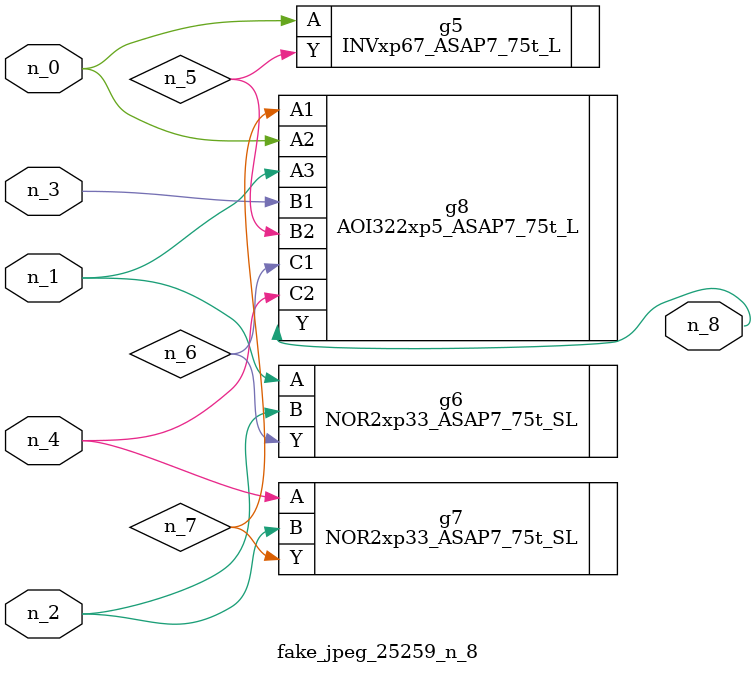
<source format=v>
module fake_jpeg_25259_n_8 (n_3, n_2, n_1, n_0, n_4, n_8);

input n_3;
input n_2;
input n_1;
input n_0;
input n_4;

output n_8;

wire n_6;
wire n_5;
wire n_7;

INVxp67_ASAP7_75t_L g5 ( 
.A(n_0),
.Y(n_5)
);

NOR2xp33_ASAP7_75t_SL g6 ( 
.A(n_1),
.B(n_2),
.Y(n_6)
);

NOR2xp33_ASAP7_75t_SL g7 ( 
.A(n_4),
.B(n_2),
.Y(n_7)
);

AOI322xp5_ASAP7_75t_L g8 ( 
.A1(n_7),
.A2(n_0),
.A3(n_1),
.B1(n_3),
.B2(n_5),
.C1(n_6),
.C2(n_4),
.Y(n_8)
);


endmodule
</source>
